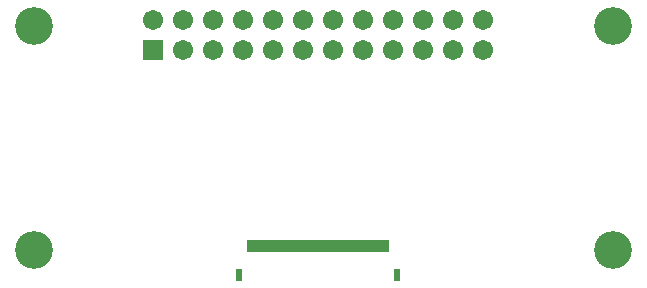
<source format=gts>
G04*
G04 #@! TF.GenerationSoftware,Altium Limited,Altium Designer,23.5.1 (21)*
G04*
G04 Layer_Color=8388736*
%FSLAX44Y44*%
%MOMM*%
G71*
G04*
G04 #@! TF.SameCoordinates,069C7127-DF97-4496-8B9F-1D4714C6CE67*
G04*
G04*
G04 #@! TF.FilePolarity,Negative*
G04*
G01*
G75*
%ADD14R,0.6032X1.0032*%
%ADD15R,0.5032X1.0032*%
%ADD16C,1.7032*%
%ADD17R,1.7032X1.7032*%
%ADD18C,3.2032*%
D14*
X203000Y8641D02*
D03*
X337000D02*
D03*
D15*
X227500Y33641D02*
D03*
X222500D02*
D03*
X217500D02*
D03*
X212500D02*
D03*
X232500D02*
D03*
X237500D02*
D03*
X242500D02*
D03*
X247500D02*
D03*
X252500D02*
D03*
X257500D02*
D03*
X262500D02*
D03*
X267500D02*
D03*
X272500D02*
D03*
X277500D02*
D03*
X282500D02*
D03*
X287500D02*
D03*
X292500D02*
D03*
X297500D02*
D03*
X302500D02*
D03*
X307500D02*
D03*
X312500D02*
D03*
X317500D02*
D03*
X327500D02*
D03*
X322500D02*
D03*
D16*
X409700Y224841D02*
D03*
Y199441D02*
D03*
X384300Y224841D02*
D03*
Y199441D02*
D03*
X358900Y224841D02*
D03*
X333500D02*
D03*
X308100D02*
D03*
X282700D02*
D03*
X257300D02*
D03*
X231900D02*
D03*
X206500D02*
D03*
X181100D02*
D03*
X155700D02*
D03*
X130300D02*
D03*
X358900Y199441D02*
D03*
X333500D02*
D03*
X308100D02*
D03*
X282700D02*
D03*
X257300D02*
D03*
X231900D02*
D03*
X206500D02*
D03*
X181100D02*
D03*
X155700D02*
D03*
D17*
X130300D02*
D03*
D18*
X520000Y30000D02*
D03*
Y220000D02*
D03*
X30000D02*
D03*
Y30000D02*
D03*
M02*

</source>
